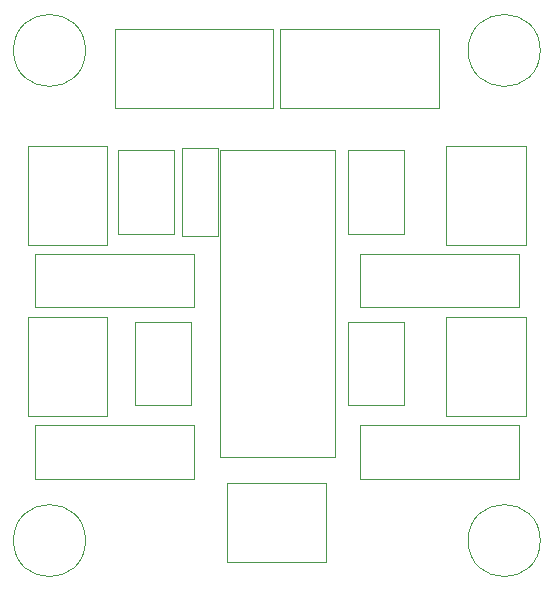
<source format=gbr>
G04 #@! TF.GenerationSoftware,KiCad,Pcbnew,(5.1.4)-1*
G04 #@! TF.CreationDate,2020-08-13T18:30:19+03:00*
G04 #@! TF.ProjectId,4_switch_array,345f7377-6974-4636-985f-61727261792e,rev?*
G04 #@! TF.SameCoordinates,Original*
G04 #@! TF.FileFunction,Other,User*
%FSLAX46Y46*%
G04 Gerber Fmt 4.6, Leading zero omitted, Abs format (unit mm)*
G04 Created by KiCad (PCBNEW (5.1.4)-1) date 2020-08-13 18:30:19*
%MOMM*%
%LPD*%
G04 APERTURE LIST*
%ADD10C,0.050000*%
G04 APERTURE END LIST*
D10*
X138750000Y-45250000D02*
X138750000Y-52750000D01*
X141750000Y-45250000D02*
X138750000Y-45250000D01*
X141750000Y-52750000D02*
X141750000Y-45250000D01*
X138750000Y-52750000D02*
X141750000Y-52750000D01*
X169050000Y-37000000D02*
G75*
G03X169050000Y-37000000I-3050000J0D01*
G01*
X169050000Y-78500000D02*
G75*
G03X169050000Y-78500000I-3050000J0D01*
G01*
X130550000Y-78500000D02*
G75*
G03X130550000Y-78500000I-3050000J0D01*
G01*
X130550000Y-37000000D02*
G75*
G03X130550000Y-37000000I-3050000J0D01*
G01*
X151700000Y-45450000D02*
X141900000Y-45450000D01*
X151700000Y-71400000D02*
X151700000Y-45450000D01*
X141900000Y-71400000D02*
X151700000Y-71400000D01*
X141900000Y-45450000D02*
X141900000Y-71400000D01*
X126250000Y-73250000D02*
X139750000Y-73250000D01*
X126250000Y-68750000D02*
X126250000Y-73250000D01*
X139750000Y-68750000D02*
X126250000Y-68750000D01*
X139750000Y-73250000D02*
X139750000Y-68750000D01*
X167250000Y-54250000D02*
X153750000Y-54250000D01*
X167250000Y-58750000D02*
X167250000Y-54250000D01*
X153750000Y-58750000D02*
X167250000Y-58750000D01*
X153750000Y-54250000D02*
X153750000Y-58750000D01*
X126250000Y-58750000D02*
X139750000Y-58750000D01*
X126250000Y-54250000D02*
X126250000Y-58750000D01*
X139750000Y-54250000D02*
X126250000Y-54250000D01*
X139750000Y-58750000D02*
X139750000Y-54250000D01*
X167250000Y-68750000D02*
X153750000Y-68750000D01*
X167250000Y-73250000D02*
X167250000Y-68750000D01*
X153750000Y-73250000D02*
X167250000Y-73250000D01*
X153750000Y-68750000D02*
X153750000Y-73250000D01*
X139510000Y-59950000D02*
X139510000Y-67050000D01*
X139510000Y-59950000D02*
X134770000Y-59950000D01*
X134770000Y-67050000D02*
X139510000Y-67050000D01*
X134770000Y-67050000D02*
X134770000Y-59950000D01*
X157510000Y-45450000D02*
X157510000Y-52550000D01*
X157510000Y-45450000D02*
X152770000Y-45450000D01*
X152770000Y-52550000D02*
X157510000Y-52550000D01*
X152770000Y-52550000D02*
X152770000Y-45450000D01*
X138010000Y-45410000D02*
X138010000Y-52510000D01*
X138010000Y-45410000D02*
X133270000Y-45410000D01*
X133270000Y-52510000D02*
X138010000Y-52510000D01*
X133270000Y-52510000D02*
X133270000Y-45410000D01*
X157510000Y-59950000D02*
X157510000Y-67050000D01*
X157510000Y-59950000D02*
X152770000Y-59950000D01*
X152770000Y-67050000D02*
X157510000Y-67050000D01*
X152770000Y-67050000D02*
X152770000Y-59950000D01*
X142550000Y-80350000D02*
X150950000Y-80350000D01*
X142550000Y-73600000D02*
X142550000Y-80350000D01*
X150950000Y-73600000D02*
X142550000Y-73600000D01*
X150950000Y-80350000D02*
X150950000Y-73600000D01*
X125650000Y-59550000D02*
X125650000Y-67950000D01*
X132400000Y-59550000D02*
X125650000Y-59550000D01*
X132400000Y-67950000D02*
X132400000Y-59550000D01*
X125650000Y-67950000D02*
X132400000Y-67950000D01*
X167850000Y-53450000D02*
X167850000Y-45050000D01*
X161100000Y-53450000D02*
X167850000Y-53450000D01*
X161100000Y-45050000D02*
X161100000Y-53450000D01*
X167850000Y-45050000D02*
X161100000Y-45050000D01*
X125650000Y-45050000D02*
X125650000Y-53450000D01*
X132400000Y-45050000D02*
X125650000Y-45050000D01*
X132400000Y-53450000D02*
X132400000Y-45050000D01*
X125650000Y-53450000D02*
X132400000Y-53450000D01*
X167850000Y-67950000D02*
X167850000Y-59550000D01*
X161100000Y-67950000D02*
X167850000Y-67950000D01*
X161100000Y-59550000D02*
X161100000Y-67950000D01*
X167850000Y-59550000D02*
X161100000Y-59550000D01*
X160450000Y-35150000D02*
X147050000Y-35150000D01*
X160450000Y-41900000D02*
X160450000Y-35150000D01*
X147050000Y-41900000D02*
X160450000Y-41900000D01*
X147050000Y-35150000D02*
X147050000Y-41900000D01*
X146450000Y-35150000D02*
X133050000Y-35150000D01*
X146450000Y-41900000D02*
X146450000Y-35150000D01*
X133050000Y-41900000D02*
X146450000Y-41900000D01*
X133050000Y-35150000D02*
X133050000Y-41900000D01*
M02*

</source>
